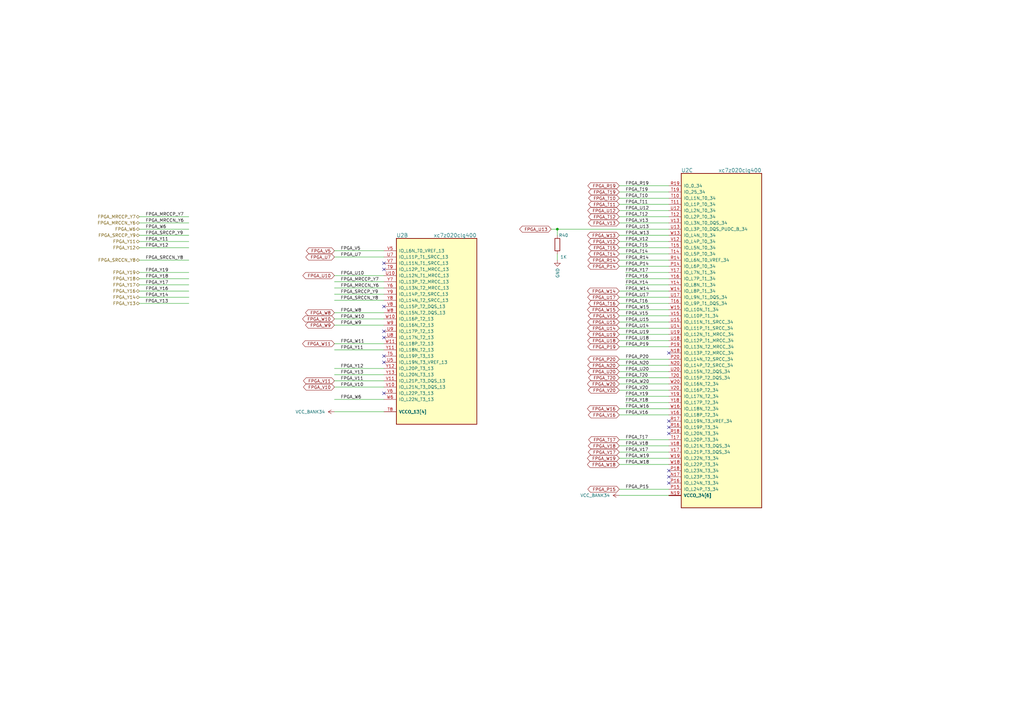
<source format=kicad_sch>
(kicad_sch (version 20231120) (generator "eeschema") (generator_version "8.0")
  (paper "A3")
  (lib_symbols
    (symbol "7z010_ddr:VCC_BANK34" (power) (pin_names (offset 0))
      (property "Value" "VCC_BANK34" (at 3.81 0 90))
      (symbol "VCC_BANK34_0_1"
        (polyline (pts (xy -0.762 1.27) (xy 0 2.54)))
        (polyline (pts (xy 0 0) (xy 0 2.54)))
        (polyline (pts (xy 0 2.54) (xy 0.762 1.27)))
      )
      (symbol "VCC_BANK34_1_1"
        (pin power_in line (at 0 0 90) (length 0) hide (name "VCC_BANK34") (number "1"))
      )
    )
    (symbol "7z010_ddr:xc7z020clg400" (pin_names (offset 1.016))
      (property "Reference" "U" (at 2.54 6.35 0))
      (property "Value" "xc7z020clg400" (at 12.7 6.35 0))
      (symbol "xc7z020clg400_1_1"
        (rectangle (start 5.08 5.08) (end 38.1 -58.42) (stroke (width 0.3048)) (fill (type background)))
        (pin power_in line (at 0 -17.78 0) (length 5.08) (name "RSVDGND") (number "F10"))
        (pin power_in line (at 0 -40.64 0) (length 5.08) (name "VCCBATT_0") (number "F11"))
        (pin output line (at 0 -33.02 0) (length 5.08) (name "TDO_0") (number "F6"))
        (pin input line (at 0 -27.94 0) (length 5.08) (name "TCK_0") (number "F9"))
        (pin input line (at 0 -30.48 0) (length 5.08) (name "TDI_0") (number "G6"))
        (pin power_in line (at 0 -10.16 0) (length 5.08) (name "GNDADC_0") (number "J10"))
        (pin input line (at 0 -35.56 0) (length 5.08) (name "TMS_0") (number "J6"))
        (pin power_in line (at 0 -38.1 0) (length 5.08) (name "VCCADC_0") (number "J9"))
        (pin input line (at 0 -50.8 0) (length 5.08) (name "VREFN_0") (number "K10"))
        (pin power_in line (at 0 -43.18 0) (length 5.08) (name "VCCO_0") (number "K6"))
        (pin input line (at 0 -48.26 0) (length 5.08) (name "VP_0") (number "K9"))
        (pin input line (at 0 -45.72 0) (length 5.08) (name "VN_0") (number "L10"))
        (pin input line (at 0 -15.24 0) (length 5.08) (name "PROGRAM_B_0") (number "L6"))
        (pin input line (at 0 -53.34 0) (length 5.08) (name "VREFP_0") (number "L9"))
        (pin passive line (at 0 -5.08 0) (length 5.08) (name "DXN_0") (number "M10"))
        (pin input line (at 0 0 0) (length 5.08) (name "CFGBVS_0") (number "M6"))
        (pin passive line (at 0 -7.62 0) (length 5.08) (name "DXP_0") (number "M9"))
        (pin power_in line (at 0 -25.4 0) (length 5.08) (name "RSVDVCC3") (number "N6"))
        (pin input line (at 0 -12.7 0) (length 5.08) (name "INIT_B_0") (number "R10"))
        (pin output line (at 0 -2.54 0) (length 5.08) (name "DONE_0") (number "R11"))
        (pin power_in line (at 0 -22.86 0) (length 5.08) (name "RSVDVCC2") (number "R6"))
        (pin power_in line (at 0 -20.32 0) (length 5.08) (name "RSVDVCC1") (number "T6"))
      )
      (symbol "xc7z020clg400_2_1"
        (rectangle (start 5.08 5.08) (end 38.1 -71.12) (stroke (width 0.3048)) (fill (type background)))
        (pin bidirectional line (at 0 -43.18 0) (length 5.08) (name "IO_L19P_T3_13") (number "T5"))
        (pin power_in line (at 0 -66.04 0) (length 5.08) (name "VCCO_13[4]") (number "T8"))
        (pin bidirectional line (at 0 -7.62 0) (length 5.08) (name "IO_L12P_T1_MRCC_13") (number "T9"))
        (pin bidirectional line (at 0 -10.16 0) (length 5.08) (name "IO_L12N_T1_MRCC_13") (number "U10"))
        (pin power_in line (at 0 -66.04 0) (length 5.08) (name "VCCO_13[4]") (number "U11"))
        (pin bidirectional line (at 0 -45.72 0) (length 5.08) (name "IO_L19N_T3_VREF_13") (number "U5"))
        (pin bidirectional line (at 0 -2.54 0) (length 5.08) (name "IO_L11P_T1_SRCC_13") (number "U7"))
        (pin bidirectional line (at 0 -35.56 0) (length 5.08) (name "IO_L17N_T2_13") (number "U8"))
        (pin bidirectional line (at 0 -33.02 0) (length 5.08) (name "IO_L17P_T2_13") (number "U9"))
        (pin bidirectional line (at 0 -55.88 0) (length 5.08) (name "IO_L21N_T3_DQS_13") (number "V10"))
        (pin bidirectional line (at 0 -53.34 0) (length 5.08) (name "IO_L21P_T3_DQS_13") (number "V11"))
        (pin bidirectional line (at 0 0 0) (length 5.08) (name "IO_L6N_T0_VREF_13") (number "V5"))
        (pin bidirectional line (at 0 -58.42 0) (length 5.08) (name "IO_L22P_T3_13") (number "V6"))
        (pin bidirectional line (at 0 -5.08 0) (length 5.08) (name "IO_L11N_T1_SRCC_13") (number "V7"))
        (pin bidirectional line (at 0 -22.86 0) (length 5.08) (name "IO_L15P_T2_DQS_13") (number "V8"))
        (pin bidirectional line (at 0 -27.94 0) (length 5.08) (name "IO_L16P_T2_13") (number "W10"))
        (pin bidirectional line (at 0 -38.1 0) (length 5.08) (name "IO_L18P_T2_13") (number "W11"))
        (pin bidirectional line (at 0 -60.96 0) (length 5.08) (name "IO_L22N_T3_13") (number "W6"))
        (pin power_in line (at 0 -66.04 0) (length 5.08) (name "VCCO_13[4]") (number "W7"))
        (pin bidirectional line (at 0 -25.4 0) (length 5.08) (name "IO_L15N_T2_DQS_13") (number "W8"))
        (pin bidirectional line (at 0 -30.48 0) (length 5.08) (name "IO_L16N_T2_13") (number "W9"))
        (pin power_in line (at 0 -66.04 0) (length 5.08) (name "VCCO_13[4]") (number "Y10"))
        (pin bidirectional line (at 0 -40.64 0) (length 5.08) (name "IO_L18N_T2_13") (number "Y11"))
        (pin bidirectional line (at 0 -48.26 0) (length 5.08) (name "IO_L20P_T3_13") (number "Y12"))
        (pin bidirectional line (at 0 -50.8 0) (length 5.08) (name "IO_L20N_T3_13") (number "Y13"))
        (pin bidirectional line (at 0 -15.24 0) (length 5.08) (name "IO_L13N_T2_MRCC_13") (number "Y6"))
        (pin bidirectional line (at 0 -12.7 0) (length 5.08) (name "IO_L13P_T2_MRCC_13") (number "Y7"))
        (pin bidirectional line (at 0 -20.32 0) (length 5.08) (name "IO_L14N_T2_SRCC_13") (number "Y8"))
        (pin bidirectional line (at 0 -17.78 0) (length 5.08) (name "IO_L14P_T2_SRCC_13") (number "Y9"))
      )
      (symbol "xc7z020clg400_3_1"
        (rectangle (start 5.08 5.08) (end 38.1 -132.08) (stroke (width 0.3048)) (fill (type background)))
        (pin bidirectional line (at 0 -119.38 0) (length 5.08) (name "IO_L23P_T3_34") (number "N17"))
        (pin bidirectional line (at 0 -68.58 0) (length 5.08) (name "IO_L13P_T2_MRCC_34") (number "N18"))
        (pin power_in line (at 0 -127 0) (length 5.08) (name "VCCO_34[6]") (number "N19"))
        (pin bidirectional line (at 0 -73.66 0) (length 5.08) (name "IO_L14P_T2_SRCC_34") (number "N20"))
        (pin bidirectional line (at 0 -33.02 0) (length 5.08) (name "IO_L6P_T0_34") (number "P14"))
        (pin bidirectional line (at 0 -124.46 0) (length 5.08) (name "IO_L24P_T3_34") (number "P15"))
        (pin bidirectional line (at 0 -121.92 0) (length 5.08) (name "IO_L24N_T3_34") (number "P16"))
        (pin bidirectional line (at 0 -116.84 0) (length 5.08) (name "IO_L23N_T3_34") (number "P18"))
        (pin bidirectional line (at 0 -66.04 0) (length 5.08) (name "IO_L13N_T2_MRCC_34") (number "P19"))
        (pin bidirectional line (at 0 -71.12 0) (length 5.08) (name "IO_L14N_T2_SRCC_34") (number "P20"))
        (pin bidirectional line (at 0 -30.48 0) (length 5.08) (name "IO_L6N_T0_VREF_34") (number "R14"))
        (pin power_in line (at 0 -127 0) (length 5.08) (name "VCCO_34[6]") (number "R15"))
        (pin bidirectional line (at 0 -99.06 0) (length 5.08) (name "IO_L19P_T3_34") (number "R16"))
        (pin bidirectional line (at 0 -96.52 0) (length 5.08) (name "IO_L19N_T3_VREF_34") (number "R17"))
        (pin bidirectional line (at 0 -101.6 0) (length 5.08) (name "IO_L20N_T3_34") (number "R18"))
        (pin bidirectional line (at 0 0 0) (length 5.08) (name "IO_0_34") (number "R19"))
        (pin bidirectional line (at 0 -5.08 0) (length 5.08) (name "IO_L1N_T0_34") (number "T10"))
        (pin bidirectional line (at 0 -7.62 0) (length 5.08) (name "IO_L1P_T0_34") (number "T11"))
        (pin bidirectional line (at 0 -12.7 0) (length 5.08) (name "IO_L2P_T0_34") (number "T12"))
        (pin bidirectional line (at 0 -27.94 0) (length 5.08) (name "IO_L5P_T0_34") (number "T14"))
        (pin bidirectional line (at 0 -25.4 0) (length 5.08) (name "IO_L5N_T0_34") (number "T15"))
        (pin bidirectional line (at 0 -48.26 0) (length 5.08) (name "IO_L9P_T1_DQS_34") (number "T16"))
        (pin bidirectional line (at 0 -104.14 0) (length 5.08) (name "IO_L20P_T3_34") (number "T17"))
        (pin power_in line (at 0 -127 0) (length 5.08) (name "VCCO_34[6]") (number "T18"))
        (pin bidirectional line (at 0 -2.54 0) (length 5.08) (name "IO_25_34") (number "T19"))
        (pin bidirectional line (at 0 -78.74 0) (length 5.08) (name "IO_L15P_T2_DQS_34") (number "T20"))
        (pin bidirectional line (at 0 -10.16 0) (length 5.08) (name "IO_L2N_T0_34") (number "U12"))
        (pin bidirectional line (at 0 -17.78 0) (length 5.08) (name "IO_L3P_T0_DQS_PUDC_B_34") (number "U13"))
        (pin bidirectional line (at 0 -58.42 0) (length 5.08) (name "IO_L11P_T1_SRCC_34") (number "U14"))
        (pin bidirectional line (at 0 -55.88 0) (length 5.08) (name "IO_L11N_T1_SRCC_34") (number "U15"))
        (pin bidirectional line (at 0 -45.72 0) (length 5.08) (name "IO_L9N_T1_DQS_34") (number "U17"))
        (pin bidirectional line (at 0 -63.5 0) (length 5.08) (name "IO_L12P_T1_MRCC_34") (number "U18"))
        (pin bidirectional line (at 0 -60.96 0) (length 5.08) (name "IO_L12N_T1_MRCC_34") (number "U19"))
        (pin bidirectional line (at 0 -76.2 0) (length 5.08) (name "IO_L15N_T2_DQS_34") (number "U20"))
        (pin bidirectional line (at 0 -22.86 0) (length 5.08) (name "IO_L4P_T0_34") (number "V12"))
        (pin bidirectional line (at 0 -15.24 0) (length 5.08) (name "IO_L3N_T0_DQS_34") (number "V13"))
        (pin power_in line (at 0 -127 0) (length 5.08) (name "VCCO_34[6]") (number "V14"))
        (pin bidirectional line (at 0 -53.34 0) (length 5.08) (name "IO_L10P_T1_34") (number "V15"))
        (pin bidirectional line (at 0 -93.98 0) (length 5.08) (name "IO_L18P_T2_34") (number "V16"))
        (pin bidirectional line (at 0 -109.22 0) (length 5.08) (name "IO_L21P_T3_DQS_34") (number "V17"))
        (pin bidirectional line (at 0 -106.68 0) (length 5.08) (name "IO_L21N_T3_DQS_34") (number "V18"))
        (pin bidirectional line (at 0 -83.82 0) (length 5.08) (name "IO_L16P_T2_34") (number "V20"))
        (pin bidirectional line (at 0 -20.32 0) (length 5.08) (name "IO_L4N_T0_34") (number "W13"))
        (pin bidirectional line (at 0 -43.18 0) (length 5.08) (name "IO_L8P_T1_34") (number "W14"))
        (pin bidirectional line (at 0 -50.8 0) (length 5.08) (name "IO_L10N_T1_34") (number "W15"))
        (pin bidirectional line (at 0 -91.44 0) (length 5.08) (name "IO_L18N_T2_34") (number "W16"))
        (pin power_in line (at 0 -127 0) (length 5.08) (name "VCCO_34[6]") (number "W17"))
        (pin bidirectional line (at 0 -114.3 0) (length 5.08) (name "IO_L22P_T3_34") (number "W18"))
        (pin bidirectional line (at 0 -111.76 0) (length 5.08) (name "IO_L22N_T3_34") (number "W19"))
        (pin bidirectional line (at 0 -81.28 0) (length 5.08) (name "IO_L16N_T2_34") (number "W20"))
        (pin bidirectional line (at 0 -40.64 0) (length 5.08) (name "IO_L8N_T1_34") (number "Y14"))
        (pin bidirectional line (at 0 -38.1 0) (length 5.08) (name "IO_L7P_T1_34") (number "Y16"))
        (pin bidirectional line (at 0 -35.56 0) (length 5.08) (name "IO_L7N_T1_34") (number "Y17"))
        (pin bidirectional line (at 0 -88.9 0) (length 5.08) (name "IO_L17P_T2_34") (number "Y18"))
        (pin bidirectional line (at 0 -86.36 0) (length 5.08) (name "IO_L17N_T2_34") (number "Y19"))
        (pin power_in line (at 0 -127 0) (length 5.08) (name "VCCO_34[6]") (number "Y20"))
      )
      (symbol "xc7z020clg400_4_1"
        (rectangle (start 5.08 5.08) (end 38.1 -132.08) (stroke (width 0.3048)) (fill (type background)))
        (pin bidirectional line (at 0 -10.16 0) (length 5.08) (name "IO_L2N_T0_AD8N_35") (number "A20"))
        (pin bidirectional line (at 0 -12.7 0) (length 5.08) (name "IO_L2P_T0_AD8P_35") (number "B19"))
        (pin bidirectional line (at 0 -5.08 0) (length 5.08) (name "IO_L1N_T0_AD0N_35") (number "B20"))
        (pin power_in line (at 0 -127 0) (length 5.08) (name "VCCO_35[6]") (number "C19"))
        (pin bidirectional line (at 0 -7.62 0) (length 5.08) (name "IO_L1P_T0_AD0P_35") (number "C20"))
        (pin bidirectional line (at 0 -15.24 0) (length 5.08) (name "IO_L3N_T0_DQS_AD1N_35") (number "D18"))
        (pin bidirectional line (at 0 -22.86 0) (length 5.08) (name "IO_L4P_T0_35") (number "D19"))
        (pin bidirectional line (at 0 -20.32 0) (length 5.08) (name "IO_L4N_T0_35") (number "D20"))
        (pin bidirectional line (at 0 -17.78 0) (length 5.08) (name "IO_L3P_T0_DQS_AD1P_35") (number "E17"))
        (pin bidirectional line (at 0 -27.94 0) (length 5.08) (name "IO_L5P_T0_AD9P_35") (number "E18"))
        (pin bidirectional line (at 0 -25.4 0) (length 5.08) (name "IO_L5N_T0_AD9N_35") (number "E19"))
        (pin bidirectional line (at 0 -33.02 0) (length 5.08) (name "IO_L6P_T0_35") (number "F16"))
        (pin bidirectional line (at 0 -30.48 0) (length 5.08) (name "IO_L6N_T0_VREF_35") (number "F17"))
        (pin power_in line (at 0 -127 0) (length 5.08) (name "VCCO_35[6]") (number "F18"))
        (pin bidirectional line (at 0 -78.74 0) (length 5.08) (name "IO_L15P_T2_DQS_AD12P_35") (number "F19"))
        (pin bidirectional line (at 0 -76.2 0) (length 5.08) (name "IO_L15N_T2_DQS_AD12N_35") (number "F20"))
        (pin bidirectional line (at 0 0 0) (length 5.08) (name "IO_0_35") (number "G14"))
        (pin bidirectional line (at 0 -96.52 0) (length 5.08) (name "IO_L19N_T3_VREF_35") (number "G15"))
        (pin bidirectional line (at 0 -83.82 0) (length 5.08) (name "IO_L16P_T2_35") (number "G17"))
        (pin bidirectional line (at 0 -81.28 0) (length 5.08) (name "IO_L16N_T2_35") (number "G18"))
        (pin bidirectional line (at 0 -93.98 0) (length 5.08) (name "IO_L18P_T2_AD13P_35") (number "G19"))
        (pin bidirectional line (at 0 -91.44 0) (length 5.08) (name "IO_L18N_T2_AD13N_35") (number "G20"))
        (pin power_in line (at 0 -127 0) (length 5.08) (name "VCCO_35[6]") (number "H14"))
        (pin bidirectional line (at 0 -99.06 0) (length 5.08) (name "IO_L19P_T3_35") (number "H15"))
        (pin bidirectional line (at 0 -68.58 0) (length 5.08) (name "IO_L13P_T2_MRCC_35") (number "H16"))
        (pin bidirectional line (at 0 -66.04 0) (length 5.08) (name "IO_L13N_T2_MRCC_35") (number "H17"))
        (pin bidirectional line (at 0 -71.12 0) (length 5.08) (name "IO_L14N_T2_AD4N_SRCC_35") (number "H18"))
        (pin bidirectional line (at 0 -86.36 0) (length 5.08) (name "IO_L17N_T2_AD5N_35") (number "H20"))
        (pin bidirectional line (at 0 -101.6 0) (length 5.08) (name "IO_L20N_T3_AD6N_35") (number "J14"))
        (pin bidirectional line (at 0 -2.54 0) (length 5.08) (name "IO_25_35") (number "J15"))
        (pin bidirectional line (at 0 -121.92 0) (length 5.08) (name "IO_L24N_T3_AD15N_35") (number "J16"))
        (pin power_in line (at 0 -127 0) (length 5.08) (name "VCCO_35[6]") (number "J17"))
        (pin bidirectional line (at 0 -73.66 0) (length 5.08) (name "IO_L14P_T2_AD4P_SRCC_35") (number "J18"))
        (pin bidirectional line (at 0 -50.8 0) (length 5.08) (name "IO_L10N_T1_AD11N_35") (number "J19"))
        (pin bidirectional line (at 0 -88.9 0) (length 5.08) (name "IO_L17P_T2_AD5P_35") (number "J20"))
        (pin bidirectional line (at 0 -104.14 0) (length 5.08) (name "IO_L20P_T3_AD6P_35") (number "K14"))
        (pin bidirectional line (at 0 -124.46 0) (length 5.08) (name "IO_L24P_T3_AD15P_35") (number "K16"))
        (pin bidirectional line (at 0 -63.5 0) (length 5.08) (name "IO_L12P_T1_MRCC_35") (number "K17"))
        (pin bidirectional line (at 0 -60.96 0) (length 5.08) (name "IO_L12N_T1_MRCC_35") (number "K18"))
        (pin bidirectional line (at 0 -53.34 0) (length 5.08) (name "IO_L10P_T1_AD11P_35") (number "K19"))
        (pin power_in line (at 0 -127 0) (length 5.08) (name "VCCO_35[6]") (number "K20"))
        (pin bidirectional line (at 0 -114.3 0) (length 5.08) (name "IO_L22P_T3_AD7P_35") (number "L14"))
        (pin bidirectional line (at 0 -111.76 0) (length 5.08) (name "IO_L22N_T3_AD7N_35") (number "L15"))
        (pin bidirectional line (at 0 -58.42 0) (length 5.08) (name "IO_L11P_T1_SRCC_35") (number "L16"))
        (pin bidirectional line (at 0 -55.88 0) (length 5.08) (name "IO_L11N_T1_SRCC_35") (number "L17"))
        (pin bidirectional line (at 0 -48.26 0) (length 5.08) (name "IO_L9P_T1_DQS_AD3P_35") (number "L19"))
        (pin bidirectional line (at 0 -45.72 0) (length 5.08) (name "IO_L9N_T1_DQS_AD3N_35") (number "L20"))
        (pin bidirectional line (at 0 -119.38 0) (length 5.08) (name "IO_L23P_T3_35") (number "M14"))
        (pin bidirectional line (at 0 -116.84 0) (length 5.08) (name "IO_L23N_T3_35") (number "M15"))
        (pin power_in line (at 0 -127 0) (length 5.08) (name "VCCO_35[6]") (number "M16"))
        (pin bidirectional line (at 0 -43.18 0) (length 5.08) (name "IO_L8P_T1_AD10P_35") (number "M17"))
        (pin bidirectional line (at 0 -40.64 0) (length 5.08) (name "IO_L8N_T1_AD10N_35") (number "M18"))
        (pin bidirectional line (at 0 -38.1 0) (length 5.08) (name "IO_L7P_T1_AD2P_35") (number "M19"))
        (pin bidirectional line (at 0 -35.56 0) (length 5.08) (name "IO_L7N_T1_AD2N_35") (number "M20"))
        (pin bidirectional line (at 0 -109.22 0) (length 5.08) (name "IO_L21P_T3_DQS_AD14P_35") (number "N15"))
        (pin bidirectional line (at 0 -106.68 0) (length 5.08) (name "IO_L21N_T3_DQS_AD14N_35") (number "N16"))
      )
      (symbol "xc7z020clg400_5_1"
        (rectangle (start 5.08 5.08) (end 38.1 -50.8) (stroke (width 0.3048)) (fill (type background)))
        (pin bidirectional line (at 0 -17.78 0) (length 5.08) (name "PS_MIO6_500") (number "A5"))
        (pin bidirectional line (at 0 -15.24 0) (length 5.08) (name "PS_MIO5_500") (number "A6"))
        (pin bidirectional line (at 0 -5.08 0) (length 5.08) (name "PS_MIO1_500") (number "A7"))
        (pin bidirectional line (at 0 -25.4 0) (length 5.08) (name "PS_MIO9_500") (number "B5"))
        (pin power_in line (at 0 -45.72 0) (length 5.08) (name "VCCO_MIO0_500[2]") (number "B6"))
        (pin bidirectional line (at 0 -12.7 0) (length 5.08) (name "PS_MIO4_500") (number "B7"))
        (pin bidirectional line (at 0 -7.62 0) (length 5.08) (name "PS_MIO2_500") (number "B8"))
        (pin bidirectional line (at 0 -38.1 0) (length 5.08) (name "PS_MIO14_500") (number "C5"))
        (pin bidirectional line (at 0 -30.48 0) (length 5.08) (name "PS_MIO11_500") (number "C6"))
        (pin input line (at 0 -43.18 0) (length 5.08) (name "PS_POR_B_500") (number "C7"))
        (pin bidirectional line (at 0 -40.64 0) (length 5.08) (name "PS_MIO15_500") (number "C8"))
        (pin bidirectional line (at 0 -22.86 0) (length 5.08) (name "PS_MIO8_500") (number "D5"))
        (pin bidirectional line (at 0 -10.16 0) (length 5.08) (name "PS_MIO3_500") (number "D6"))
        (pin power_in line (at 0 -45.72 0) (length 5.08) (name "VCCO_MIO0_500[2]") (number "D7"))
        (pin bidirectional line (at 0 -20.32 0) (length 5.08) (name "PS_MIO7_500") (number "D8"))
        (pin bidirectional line (at 0 -33.02 0) (length 5.08) (name "PS_MIO12_500") (number "D9"))
        (pin bidirectional line (at 0 -2.54 0) (length 5.08) (name "PS_MIO0_500") (number "E6"))
        (pin input line (at 0 0 0) (length 5.08) (name "PS_CLK_500") (number "E7"))
        (pin bidirectional line (at 0 -35.56 0) (length 5.08) (name "PS_MIO13_500") (number "E8"))
        (pin bidirectional line (at 0 -27.94 0) (length 5.08) (name "PS_MIO10_500") (number "E9"))
      )
      (symbol "xc7z020clg400_6_1"
        (rectangle (start 5.08 5.08) (end 38.1 -106.68) (stroke (width 0.3048)) (fill (type background)))
        (pin bidirectional line (at 0 -53.34 0) (length 5.08) (name "PS_MIO37_501") (number "A10"))
        (pin bidirectional line (at 0 -50.8 0) (length 5.08) (name "PS_MIO36_501") (number "A11"))
        (pin bidirectional line (at 0 -45.72 0) (length 5.08) (name "PS_MIO34_501") (number "A12"))
        (pin power_in line (at 0 -101.6 0) (length 5.08) (name "VCCO_MIO1_501[4]") (number "A13"))
        (pin bidirectional line (at 0 -40.64 0) (length 5.08) (name "PS_MIO32_501") (number "A14"))
        (pin bidirectional line (at 0 -25.4 0) (length 5.08) (name "PS_MIO26_501") (number "A15"))
        (pin bidirectional line (at 0 -20.32 0) (length 5.08) (name "PS_MIO24_501") (number "A16"))
        (pin bidirectional line (at 0 -10.16 0) (length 5.08) (name "PS_MIO20_501") (number "A17"))
        (pin bidirectional line (at 0 0 0) (length 5.08) (name "PS_MIO16_501") (number "A19"))
        (pin bidirectional line (at 0 -68.58 0) (length 5.08) (name "PS_MIO43_501") (number "A9"))
        (pin input line (at 0 -99.06 0) (length 5.08) (name "PS_SRST_B_501") (number "B10"))
        (pin bidirectional line (at 0 -81.28 0) (length 5.08) (name "PS_MIO48_501") (number "B12"))
        (pin bidirectional line (at 0 -86.36 0) (length 5.08) (name "PS_MIO50_501") (number "B13"))
        (pin bidirectional line (at 0 -78.74 0) (length 5.08) (name "PS_MIO47_501") (number "B14"))
        (pin bidirectional line (at 0 -73.66 0) (length 5.08) (name "PS_MIO45_501") (number "B15"))
        (pin power_in line (at 0 -101.6 0) (length 5.08) (name "VCCO_MIO1_501[4]") (number "B16"))
        (pin bidirectional line (at 0 -15.24 0) (length 5.08) (name "PS_MIO22_501") (number "B17"))
        (pin bidirectional line (at 0 -5.08 0) (length 5.08) (name "PS_MIO18_501") (number "B18"))
        (pin bidirectional line (at 0 -88.9 0) (length 5.08) (name "PS_MIO51_501") (number "B9"))
        (pin bidirectional line (at 0 -91.44 0) (length 5.08) (name "PS_MIO52_501") (number "C10"))
        (pin bidirectional line (at 0 -93.98 0) (length 5.08) (name "PS_MIO53_501") (number "C11"))
        (pin bidirectional line (at 0 -83.82 0) (length 5.08) (name "PS_MIO49_501") (number "C12"))
        (pin bidirectional line (at 0 -33.02 0) (length 5.08) (name "PS_MIO29_501") (number "C13"))
        (pin bidirectional line (at 0 -35.56 0) (length 5.08) (name "PS_MIO30_501") (number "C15"))
        (pin bidirectional line (at 0 -30.48 0) (length 5.08) (name "PS_MIO28_501") (number "C16"))
        (pin bidirectional line (at 0 -63.5 0) (length 5.08) (name "PS_MIO41_501") (number "C17"))
        (pin bidirectional line (at 0 -58.42 0) (length 5.08) (name "PS_MIO39_501") (number "C18"))
        (pin bidirectional line (at 0 -7.62 0) (length 5.08) (name "PS_MIO19_501") (number "D10"))
        (pin bidirectional line (at 0 -17.78 0) (length 5.08) (name "PS_MIO23_501") (number "D11"))
        (pin power_in line (at 0 -101.6 0) (length 5.08) (name "VCCO_MIO1_501[4]") (number "D12"))
        (pin bidirectional line (at 0 -27.94 0) (length 5.08) (name "PS_MIO27_501") (number "D13"))
        (pin bidirectional line (at 0 -60.96 0) (length 5.08) (name "PS_MIO40_501") (number "D14"))
        (pin bidirectional line (at 0 -43.18 0) (length 5.08) (name "PS_MIO33_501") (number "D15"))
        (pin bidirectional line (at 0 -76.2 0) (length 5.08) (name "PS_MIO46_501") (number "D16"))
        (pin power_in line (at 0 -96.52 0) (length 5.08) (name "PS_MIO_VREF_501") (number "E11"))
        (pin bidirectional line (at 0 -66.04 0) (length 5.08) (name "PS_MIO42_501") (number "E12"))
        (pin bidirectional line (at 0 -55.88 0) (length 5.08) (name "PS_MIO38_501") (number "E13"))
        (pin bidirectional line (at 0 -2.54 0) (length 5.08) (name "PS_MIO17_501") (number "E14"))
        (pin power_in line (at 0 -101.6 0) (length 5.08) (name "VCCO_MIO1_501[4]") (number "E15"))
        (pin bidirectional line (at 0 -38.1 0) (length 5.08) (name "PS_MIO31_501") (number "E16"))
        (pin bidirectional line (at 0 -48.26 0) (length 5.08) (name "PS_MIO35_501") (number "F12"))
        (pin bidirectional line (at 0 -71.12 0) (length 5.08) (name "PS_MIO44_501") (number "F13"))
        (pin bidirectional line (at 0 -12.7 0) (length 5.08) (name "PS_MIO21_501") (number "F14"))
        (pin bidirectional line (at 0 -22.86 0) (length 5.08) (name "PS_MIO25_501") (number "F15"))
      )
      (symbol "xc7z020clg400_7_1"
        (rectangle (start 5.08 5.08) (end 38.1 -195.58) (stroke (width 0.3048)) (fill (type background)))
        (pin output line (at 0 -58.42 0) (length 5.08) (name "PS_DDR_DM0_502") (number "A1"))
        (pin bidirectional line (at 0 -73.66 0) (length 5.08) (name "PS_DDR_DQ2_502") (number "A2"))
        (pin power_in line (at 0 -190.5 0) (length 5.08) (name "VCCO_DDR_502[10]") (number "A3"))
        (pin bidirectional line (at 0 -76.2 0) (length 5.08) (name "PS_DDR_DQ3_502") (number "A4"))
        (pin bidirectional line (at 0 -149.86 0) (length 5.08) (name "PS_DDR_DQS_N0_502") (number "B2"))
        (pin bidirectional line (at 0 -71.12 0) (length 5.08) (name "PS_DDR_DQ1_502") (number "B3"))
        (pin output line (at 0 -170.18 0) (length 5.08) (name "PS_DDR_DRST_B_502") (number "B4"))
        (pin bidirectional line (at 0 -83.82 0) (length 5.08) (name "PS_DDR_DQ6_502") (number "C1"))
        (pin bidirectional line (at 0 -160.02 0) (length 5.08) (name "PS_DDR_DQS_P0_502") (number "C2"))
        (pin bidirectional line (at 0 -68.58 0) (length 5.08) (name "PS_DDR_DQ0_502") (number "C3"))
        (pin bidirectional line (at 0 -81.28 0) (length 5.08) (name "PS_DDR_DQ5_502") (number "D1"))
        (pin power_in line (at 0 -190.5 0) (length 5.08) (name "VCCO_DDR_502[10]") (number "D2"))
        (pin bidirectional line (at 0 -78.74 0) (length 5.08) (name "PS_DDR_DQ4_502") (number "D3"))
        (pin output line (at 0 -33.02 0) (length 5.08) (name "PS_DDR_A13_502") (number "D4"))
        (pin bidirectional line (at 0 -86.36 0) (length 5.08) (name "PS_DDR_DQ7_502") (number "E1"))
        (pin bidirectional line (at 0 -88.9 0) (length 5.08) (name "PS_DDR_DQ8_502") (number "E2"))
        (pin bidirectional line (at 0 -91.44 0) (length 5.08) (name "PS_DDR_DQ9_502") (number "E3"))
        (pin output line (at 0 -30.48 0) (length 5.08) (name "PS_DDR_A12_502") (number "E4"))
        (pin power_in line (at 0 -190.5 0) (length 5.08) (name "VCCO_DDR_502[10]") (number "E5"))
        (pin output line (at 0 -60.96 0) (length 5.08) (name "PS_DDR_DM1_502") (number "F1"))
        (pin bidirectional line (at 0 -152.4 0) (length 5.08) (name "PS_DDR_DQS_N1_502") (number "F2"))
        (pin output line (at 0 -35.56 0) (length 5.08) (name "PS_DDR_A14_502") (number "F4"))
        (pin output line (at 0 -25.4 0) (length 5.08) (name "PS_DDR_A10_502") (number "F5"))
        (pin power_in line (at 0 -190.5 0) (length 5.08) (name "VCCO_DDR_502[10]") (number "G1"))
        (pin bidirectional line (at 0 -162.56 0) (length 5.08) (name "PS_DDR_DQS_P1_502") (number "G2"))
        (pin bidirectional line (at 0 -93.98 0) (length 5.08) (name "PS_DDR_DQ10_502") (number "G3"))
        (pin output line (at 0 -27.94 0) (length 5.08) (name "PS_DDR_A11_502") (number "G4"))
        (pin power_out line (at 0 -182.88 0) (length 5.08) (name "PS_DDR_VRN_502") (number "G5"))
        (pin bidirectional line (at 0 -104.14 0) (length 5.08) (name "PS_DDR_DQ14_502") (number "H1"))
        (pin bidirectional line (at 0 -101.6 0) (length 5.08) (name "PS_DDR_DQ13_502") (number "H2"))
        (pin bidirectional line (at 0 -96.52 0) (length 5.08) (name "PS_DDR_DQ11_502") (number "H3"))
        (pin power_in line (at 0 -190.5 0) (length 5.08) (name "VCCO_DDR_502[10]") (number "H4"))
        (pin power_out line (at 0 -185.42 0) (length 5.08) (name "PS_DDR_VRP_502") (number "H5"))
        (pin power_in line (at 0 -177.8 0) (length 5.08) (name "PS_DDR_VREF0_502") (number "H6"))
        (pin bidirectional line (at 0 -106.68 0) (length 5.08) (name "PS_DDR_DQ15_502") (number "J1"))
        (pin bidirectional line (at 0 -99.06 0) (length 5.08) (name "PS_DDR_DQ12_502") (number "J3"))
        (pin output line (at 0 -22.86 0) (length 5.08) (name "PS_DDR_A9_502") (number "J4"))
        (pin output line (at 0 -43.18 0) (length 5.08) (name "PS_DDR_BA2_502") (number "J5"))
        (pin output line (at 0 -20.32 0) (length 5.08) (name "PS_DDR_A8_502") (number "K1"))
        (pin output line (at 0 -2.54 0) (length 5.08) (name "PS_DDR_A1_502") (number "K2"))
        (pin output line (at 0 -7.62 0) (length 5.08) (name "PS_DDR_A3_502") (number "K3"))
        (pin output line (at 0 -17.78 0) (length 5.08) (name "PS_DDR_A7_502") (number "K4"))
        (pin output line (at 0 -12.7 0) (length 5.08) (name "PS_DDR_A5_502") (number "L1"))
        (pin output line (at 0 -53.34 0) (length 5.08) (name "PS_DDR_CKP_502") (number "L2"))
        (pin power_in line (at 0 -190.5 0) (length 5.08) (name "VCCO_DDR_502[10]") (number "L3"))
        (pin output line (at 0 -15.24 0) (length 5.08) (name "PS_DDR_A6_502") (number "L4"))
        (pin output line (at 0 -38.1 0) (length 5.08) (name "PS_DDR_BA0_502") (number "L5"))
        (pin output line (at 0 -50.8 0) (length 5.08) (name "PS_DDR_CKN_502") (number "M2"))
        (pin output line (at 0 -5.08 0) (length 5.08) (name "PS_DDR_A2_502") (number "M3"))
        (pin output line (at 0 -10.16 0) (length 5.08) (name "PS_DDR_A4_502") (number "M4"))
        (pin output line (at 0 -187.96 0) (length 5.08) (name "PS_DDR_WE_B_502") (number "M5"))
        (pin output line (at 0 -55.88 0) (length 5.08) (name "PS_DDR_CS_B_502") (number "N1"))
        (pin output line (at 0 0 0) (length 5.08) (name "PS_DDR_A0_502") (number "N2"))
        (pin output line (at 0 -48.26 0) (length 5.08) (name "PS_DDR_CKE_502") (number "N3"))
        (pin output line (at 0 -172.72 0) (length 5.08) (name "PS_DDR_ODT_502") (number "N5"))
        (pin bidirectional line (at 0 -109.22 0) (length 5.08) (name "PS_DDR_DQ16_502") (number "P1"))
        (pin power_in line (at 0 -190.5 0) (length 5.08) (name "VCCO_DDR_502[10]") (number "P2"))
        (pin bidirectional line (at 0 -111.76 0) (length 5.08) (name "PS_DDR_DQ17_502") (number "P3"))
        (pin output line (at 0 -175.26 0) (length 5.08) (name "PS_DDR_RAS_B_502") (number "P4"))
        (pin output line (at 0 -45.72 0) (length 5.08) (name "PS_DDR_CAS_B_502") (number "P5"))
        (pin power_in line (at 0 -180.34 0) (length 5.08) (name "PS_DDR_VREF1_502") (number "P6"))
        (pin bidirectional line (at 0 -116.84 0) (length 5.08) (name "PS_DDR_DQ19_502") (number "R1"))
        (pin bidirectional line (at 0 -165.1 0) (length 5.08) (name "PS_DDR_DQS_P2_502") (number "R2"))
        (pin bidirectional line (at 0 -114.3 0) (length 5.08) (name "PS_DDR_DQ18_502") (number "R3"))
        (pin output line (at 0 -40.64 0) (length 5.08) (name "PS_DDR_BA1_502") (number "R4"))
        (pin power_in line (at 0 -190.5 0) (length 5.08) (name "VCCO_DDR_502[10]") (number "R5"))
        (pin output line (at 0 -63.5 0) (length 5.08) (name "PS_DDR_DM2_502") (number "T1"))
        (pin bidirectional line (at 0 -154.94 0) (length 5.08) (name "PS_DDR_DQS_N2_502") (number "T2"))
        (pin bidirectional line (at 0 -119.38 0) (length 5.08) (name "PS_DDR_DQ20_502") (number "T4"))
        (pin power_in line (at 0 -190.5 0) (length 5.08) (name "VCCO_DDR_502[10]") (number "U1"))
        (pin bidirectional line (at 0 -124.46 0) (length 5.08) (name "PS_DDR_DQ22_502") (number "U2"))
        (pin bidirectional line (at 0 -127 0) (length 5.08) (name "PS_DDR_DQ23_502") (number "U3"))
        (pin bidirectional line (at 0 -121.92 0) (length 5.08) (name "PS_DDR_DQ21_502") (number "U4"))
        (pin bidirectional line (at 0 -129.54 0) (length 5.08) (name "PS_DDR_DQ24_502") (number "V1"))
        (pin bidirectional line (at 0 -144.78 0) (length 5.08) (name "PS_DDR_DQ30_502") (number "V2"))
        (pin bidirectional line (at 0 -147.32 0) (length 5.08) (name "PS_DDR_DQ31_502") (number "V3"))
        (pin power_in line (at 0 -190.5 0) (length 5.08) (name "VCCO_DDR_502[10]") (number "V4"))
        (pin bidirectional line (at 0 -134.62 0) (length 5.08) (name "PS_DDR_DQ26_502") (number "W1"))
        (pin bidirectional line (at 0 -142.24 0) (length 5.08) (name "PS_DDR_DQ29_502") (number "W3"))
        (pin bidirectional line (at 0 -157.48 0) (length 5.08) (name "PS_DDR_DQS_N3_502") (number "W4"))
        (pin bidirectional line (at 0 -167.64 0) (length 5.08) (name "PS_DDR_DQS_P3_502") (number "W5"))
        (pin output line (at 0 -66.04 0) (length 5.08) (name "PS_DDR_DM3_502") (number "Y1"))
        (pin bidirectional line (at 0 -139.7 0) (length 5.08) (name "PS_DDR_DQ28_502") (number "Y2"))
        (pin bidirectional line (at 0 -132.08 0) (length 5.08) (name "PS_DDR_DQ25_502") (number "Y3"))
        (pin bidirectional line (at 0 -137.16 0) (length 5.08) (name "PS_DDR_DQ27_502") (number "Y4"))
      )
      (symbol "xc7z020clg400_8_1"
        (rectangle (start 5.08 5.08) (end 38.1 -20.32) (stroke (width 0.3048)) (fill (type background)))
        (pin power_in line (at 0 0 0) (length 5.08) (name "GND[59]") (number "A18"))
        (pin power_in line (at 0 0 0) (length 5.08) (name "GND[59]") (number "A8"))
        (pin power_in line (at 0 0 0) (length 5.08) (name "GND[59]") (number "B1"))
        (pin power_in line (at 0 0 0) (length 5.08) (name "GND[59]") (number "B11"))
        (pin power_in line (at 0 0 0) (length 5.08) (name "GND[59]") (number "C14"))
        (pin power_in line (at 0 0 0) (length 5.08) (name "GND[59]") (number "C4"))
        (pin power_in line (at 0 0 0) (length 5.08) (name "GND[59]") (number "C9"))
        (pin power_in line (at 0 0 0) (length 5.08) (name "GND[59]") (number "D17"))
        (pin power_in line (at 0 0 0) (length 5.08) (name "GND[59]") (number "E10"))
        (pin power_in line (at 0 0 0) (length 5.08) (name "GND[59]") (number "E20"))
        (pin power_in line (at 0 0 0) (length 5.08) (name "GND[59]") (number "F3"))
        (pin power_in line (at 0 0 0) (length 5.08) (name "GND[59]") (number "F7"))
        (pin power_in line (at 0 -10.16 0) (length 5.08) (name "VCCPAUX[5]") (number "F8"))
        (pin power_in line (at 0 0 0) (length 5.08) (name "GND[59]") (number "G10"))
        (pin power_in line (at 0 -5.08 0) (length 5.08) (name "VCCBRAM[2]") (number "G11"))
        (pin power_in line (at 0 0 0) (length 5.08) (name "GND[59]") (number "G12"))
        (pin power_in line (at 0 -7.62 0) (length 5.08) (name "VCCINT[9]") (number "G13"))
        (pin power_in line (at 0 0 0) (length 5.08) (name "GND[59]") (number "G16"))
        (pin power_in line (at 0 -12.7 0) (length 5.08) (name "VCCPINT[6]") (number "G7"))
        (pin power_in line (at 0 -15.24 0) (length 5.08) (name "VCCPLL") (number "G8"))
        (pin power_in line (at 0 -10.16 0) (length 5.08) (name "VCCPAUX[5]") (number "G9"))
        (pin power_in line (at 0 -5.08 0) (length 5.08) (name "VCCBRAM[2]") (number "H10"))
        (pin power_in line (at 0 0 0) (length 5.08) (name "GND[59]") (number "H11"))
        (pin power_in line (at 0 -7.62 0) (length 5.08) (name "VCCINT[9]") (number "H12"))
        (pin power_in line (at 0 0 0) (length 5.08) (name "GND[59]") (number "H13"))
        (pin power_in line (at 0 0 0) (length 5.08) (name "GND[59]") (number "H19"))
        (pin power_in line (at 0 0 0) (length 5.08) (name "GND[59]") (number "H7"))
        (pin power_in line (at 0 -10.16 0) (length 5.08) (name "VCCPAUX[5]") (number "H8"))
        (pin power_in line (at 0 0 0) (length 5.08) (name "GND[59]") (number "H9"))
        (pin power_in line (at 0 -2.54 0) (length 5.08) (name "VCCAUX[6]") (number "J11"))
        (pin power_in line (at 0 0 0) (length 5.08) (name "GND[59]") (number "J12"))
        (pin power_in line (at 0 -7.62 0) (length 5.08) (name "VCCINT[9]") (number "J13"))
        (pin power_in line (at 0 0 0) (length 5.08) (name "GND[59]") (number "J2"))
        (pin power_in line (at 0 -12.7 0) (length 5.08) (name "VCCPINT[6]") (number "J7"))
        (pin power_in line (at 0 0 0) (length 5.08) (name "GND[59]") (number "J8"))
        (pin power_in line (at 0 0 0) (length 5.08) (name "GND[59]") (number "K11"))
        (pin power_in line (at 0 -7.62 0) (length 5.08) (name "VCCINT[9]") (number "K12"))
        (pin power_in line (at 0 0 0) (length 5.08) (name "GND[59]") (number "K13"))
        (pin power_in line (at 0 0 0) (length 5.08) (name "GND[59]") (number "K15"))
        (pin power_in line (at 0 0 0) (length 5.08) (name "GND[59]") (number "K5"))
        (pin power_in line (at 0 0 0) (length 5.08) (name "GND[59]") (number "K7"))
        (pin power_in line (at 0 -10.16 0) (length 5.08) (name "VCCPAUX[5]") (number "K8"))
        (pin power_in line (at 0 -2.54 0) (length 5.08) (name "VCCAUX[6]") (number "L11"))
        (pin power_in line (at 0 0 0) (length 5.08) (name "GND[59]") (number "L12"))
        (pin power_in line (at 0 -7.62 0) (length 5.08) (name "VCCINT[9]") (number "L13"))
        (pin power_in line (at 0 0 0) (length 5.08) (name "GND[59]") (number "L18"))
        (pin power_in line (at 0 -12.7 0) (length 5.08) (name "VCCPINT[6]") (number "L7"))
        (pin power_in line (at 0 0 0) (length 5.08) (name "GND[59]") (number "L8"))
        (pin power_in line (at 0 0 0) (length 5.08) (name "GND[59]") (number "M1"))
        (pin power_in line (at 0 0 0) (length 5.08) (name "GND[59]") (number "M11"))
        (pin power_in line (at 0 -7.62 0) (length 5.08) (name "VCCINT[9]") (number "M12"))
        (pin power_in line (at 0 0 0) (length 5.08) (name "GND[59]") (number "M13"))
        (pin power_in line (at 0 0 0) (length 5.08) (name "GND[59]") (number "M7"))
        (pin power_in line (at 0 -10.16 0) (length 5.08) (name "VCCPAUX[5]") (number "M8"))
        (pin power_in line (at 0 0 0) (length 5.08) (name "GND[59]") (number "N10"))
        (pin power_in line (at 0 -2.54 0) (length 5.08) (name "VCCAUX[6]") (number "N11"))
        (pin power_in line (at 0 0 0) (length 5.08) (name "GND[59]") (number "N12"))
        (pin power_in line (at 0 -7.62 0) (length 5.08) (name "VCCINT[9]") (number "N13"))
        (pin power_in line (at 0 0 0) (length 5.08) (name "GND[59]") (number "N14"))
        (pin power_in line (at 0 0 0) (length 5.08) (name "GND[59]") (number "N4"))
        (pin power_in line (at 0 -12.7 0) (length 5.08) (name "VCCPINT[6]") (number "N7"))
        (pin power_in line (at 0 0 0) (length 5.08) (name "GND[59]") (number "N8"))
        (pin power_in line (at 0 -2.54 0) (length 5.08) (name "VCCAUX[6]") (number "N9"))
        (pin power_in line (at 0 -2.54 0) (length 5.08) (name "VCCAUX[6]") (number "P10"))
        (pin power_in line (at 0 0 0) (length 5.08) (name "GND[59]") (number "P11"))
        (pin power_in line (at 0 -7.62 0) (length 5.08) (name "VCCINT[9]") (number "P12"))
        (pin power_in line (at 0 0 0) (length 5.08) (name "GND[59]") (number "P13"))
        (pin power_in line (at 0 0 0) (length 5.08) (name "GND[59]") (number "P17"))
        (pin power_in line (at 0 0 0) (length 5.08) (name "GND[59]") (number "P7"))
        (pin power_in line (at 0 -12.7 0) (length 5.08) (name "VCCPINT[6]") (number "P8"))
        (pin power_in line (at 0 0 0) (length 5.08) (name "GND[59]") (number "P9"))
        (pin power_in line (at 0 0 0) (length 5.08) (name "GND[59]") (number "R12"))
        (pin power_in line (at 0 -7.62 0) (length 5.08) (name "VCCINT[9]") (number "R13"))
        (pin power_in line (at 0 0 0) (length 5.08) (name "GND[59]") (number "R20"))
        (pin power_in line (at 0 -12.7 0) (length 5.08) (name "VCCPINT[6]") (number "R7"))
        (pin power_in line (at 0 0 0) (length 5.08) (name "GND[59]") (number "R8"))
        (pin power_in line (at 0 -2.54 0) (length 5.08) (name "VCCAUX[6]") (number "R9"))
        (pin power_in line (at 0 0 0) (length 5.08) (name "GND[59]") (number "T13"))
        (pin power_in line (at 0 0 0) (length 5.08) (name "GND[59]") (number "T3"))
        (pin power_in line (at 0 0 0) (length 5.08) (name "GND[59]") (number "T7"))
        (pin power_in line (at 0 0 0) (length 5.08) (name "GND[59]") (number "U16"))
        (pin power_in line (at 0 0 0) (length 5.08) (name "GND[59]") (number "U6"))
        (pin power_in line (at 0 0 0) (length 5.08) (name "GND[59]") (number "V19"))
        (pin power_in line (at 0 0 0) (length 5.08) (name "GND[59]") (number "V9"))
        (pin power_in line (at 0 0 0) (length 5.08) (name "GND[59]") (number "W12"))
        (pin power_in line (at 0 0 0) (length 5.08) (name "GND[59]") (number "W2"))
        (pin power_in line (at 0 0 0) (length 5.08) (name "GND[59]") (number "Y15"))
        (pin power_in line (at 0 0 0) (length 5.08) (name "GND[59]") (number "Y5"))
      )
    )
    (symbol "Device:R" (pin_numbers hide) (pin_names (offset 0))
      (property "Reference" "R" (at 2.032 0 90))
      (property "Value" "R" (at 0 0 90))
      (symbol "R_0_1"
        (rectangle (start -1.016 -2.54) (end 1.016 2.54) (stroke (width 0.254)))
      )
      (symbol "R_1_1"
        (pin passive line (at 0 3.81 270) (length 1.27) (name "~") (number "1"))
        (pin passive line (at 0 -3.81 90) (length 1.27) (name "~") (number "2"))
      )
    )
    (symbol "power:GND" (power) (pin_names (offset 0))
      (property "Value" "GND" (at 0 -3.81 0))
      (symbol "GND_0_1"
        (polyline (pts (xy 0 0) (xy 0 -1.27) (xy 1.27 -1.27) (xy 0 -2.54) (xy -1.27 -1.27) (xy 0 -1.27)))
      )
      (symbol "GND_1_1"
        (pin power_in line (at 0 0 270) (length 0) hide (name "GND") (number "1"))
      )
    )
  )
  (junction (at 228.6 93.98))
  (no_connect (at 274.32 175.26))
  (no_connect (at 274.32 177.8))
  (no_connect (at 274.32 172.72))
  (no_connect (at 274.32 198.12))
  (no_connect (at 274.32 193.04))
  (no_connect (at 274.32 195.58))
  (no_connect (at 274.32 144.78))
  (no_connect (at 157.48 125.73))
  (no_connect (at 157.48 161.29))
  (no_connect (at 157.48 135.89))
  (no_connect (at 157.48 138.43))
  (no_connect (at 157.48 146.05))
  (no_connect (at 157.48 148.59))
  (no_connect (at 157.48 107.95))
  (no_connect (at 157.48 110.49))
  (wire (pts (xy 254 190.5) (xy 274.32 190.5)))
  (wire (pts (xy 254 137.16) (xy 274.32 137.16)))
  (wire (pts (xy 137.16 115.57) (xy 157.48 115.57)))
  (wire (pts (xy 254 139.7) (xy 274.32 139.7)))
  (wire (pts (xy 57.15 119.38) (xy 77.47 119.38)))
  (wire (pts (xy 254 154.94) (xy 274.32 154.94)))
  (wire (pts (xy 254 132.08) (xy 274.32 132.08)))
  (wire (pts (xy 57.15 106.68) (xy 77.47 106.68)))
  (wire (pts (xy 137.16 168.91) (xy 157.48 168.91)))
  (wire (pts (xy 137.16 140.97) (xy 157.48 140.97)))
  (wire (pts (xy 254 121.92) (xy 274.32 121.92)))
  (wire (pts (xy 254 134.62) (xy 274.32 134.62)))
  (wire (pts (xy 254 81.28) (xy 274.32 81.28)))
  (wire (pts (xy 137.16 102.87) (xy 157.48 102.87)))
  (wire (pts (xy 137.16 118.11) (xy 157.48 118.11)))
  (wire (pts (xy 137.16 151.13) (xy 157.48 151.13)))
  (wire (pts (xy 137.16 156.21) (xy 157.48 156.21)))
  (wire (pts (xy 137.16 130.81) (xy 157.48 130.81)))
  (wire (pts (xy 254 160.02) (xy 274.32 160.02)))
  (wire (pts (xy 137.16 105.41) (xy 157.48 105.41)))
  (wire (pts (xy 254 78.74) (xy 274.32 78.74)))
  (wire (pts (xy 254 88.9) (xy 274.32 88.9)))
  (wire (pts (xy 256.54 162.56) (xy 274.32 162.56)))
  (wire (pts (xy 137.16 128.27) (xy 157.48 128.27)))
  (wire (pts (xy 254 157.48) (xy 274.32 157.48)))
  (wire (pts (xy 254 167.64) (xy 274.32 167.64)))
  (wire (pts (xy 254 182.88) (xy 274.32 182.88)))
  (wire (pts (xy 254 76.2) (xy 274.32 76.2)))
  (wire (pts (xy 228.6 106.68) (xy 228.6 104.14)))
  (wire (pts (xy 228.6 93.98) (xy 228.6 96.52)))
  (wire (pts (xy 137.16 153.67) (xy 157.48 153.67)))
  (wire (pts (xy 57.15 93.98) (xy 77.47 93.98)))
  (wire (pts (xy 137.16 120.65) (xy 157.48 120.65)))
  (wire (pts (xy 254 101.6) (xy 274.32 101.6)))
  (wire (pts (xy 256.54 116.84) (xy 274.32 116.84)))
  (wire (pts (xy 57.15 124.46) (xy 77.47 124.46)))
  (wire (pts (xy 57.15 121.92) (xy 77.5225 121.92)))
  (wire (pts (xy 254 106.68) (xy 274.32 106.68)))
  (wire (pts (xy 57.15 88.9) (xy 77.47 88.9)))
  (wire (pts (xy 254 83.82) (xy 274.32 83.82)))
  (wire (pts (xy 254 203.2) (xy 274.32 203.2)))
  (wire (pts (xy 57.15 114.3) (xy 77.47 114.3)))
  (wire (pts (xy 254 119.38) (xy 274.32 119.38)))
  (wire (pts (xy 254 91.44) (xy 274.32 91.44)))
  (wire (pts (xy 57.15 101.6) (xy 77.47 101.6)))
  (wire (pts (xy 137.16 113.03) (xy 157.48 113.03)))
  (wire (pts (xy 254 127) (xy 274.32 127)))
  (wire (pts (xy 228.6 93.98) (xy 274.32 93.98)))
  (wire (pts (xy 256.54 165.1) (xy 274.32 165.1)))
  (wire (pts (xy 57.15 96.52) (xy 77.47 96.52)))
  (wire (pts (xy 137.16 158.75) (xy 157.48 158.75)))
  (wire (pts (xy 137.16 133.35) (xy 157.48 133.35)))
  (wire (pts (xy 254 147.32) (xy 274.32 147.32)))
  (wire (pts (xy 57.15 111.76) (xy 77.47 111.76)))
  (wire (pts (xy 57.15 91.44) (xy 77.47 91.44)))
  (wire (pts (xy 254 129.54) (xy 274.32 129.54)))
  (wire (pts (xy 226.06 93.98) (xy 228.6 93.98)))
  (wire (pts (xy 57.15 116.84) (xy 77.47 116.84)))
  (wire (pts (xy 254 109.22) (xy 274.32 109.22)))
  (wire (pts (xy 254 152.4) (xy 274.32 152.4)))
  (wire (pts (xy 256.54 111.76) (xy 274.32 111.76)))
  (wire (pts (xy 254 187.96) (xy 274.32 187.96)))
  (wire (pts (xy 254 185.42) (xy 274.32 185.42)))
  (wire (pts (xy 254 170.18) (xy 274.32 170.18)))
  (wire (pts (xy 254 124.46) (xy 274.32 124.46)))
  (wire (pts (xy 254 149.86) (xy 274.32 149.86)))
  (wire (pts (xy 254 96.52) (xy 274.32 96.52)))
  (wire (pts (xy 137.16 163.83) (xy 157.48 163.83)))
  (wire (pts (xy 256.54 114.3) (xy 274.32 114.3)))
  (wire (pts (xy 254 86.36) (xy 274.32 86.36)))
  (wire (pts (xy 254 104.14) (xy 274.32 104.14)))
  (wire (pts (xy 137.16 123.19) (xy 157.48 123.19)))
  (wire (pts (xy 254 99.06) (xy 274.32 99.06)))
  (wire (pts (xy 254 180.34) (xy 274.32 180.34)))
  (wire (pts (xy 254 142.24) (xy 274.32 142.24)))
  (wire (pts (xy 254 200.66) (xy 274.32 200.66)))
  (wire (pts (xy 137.16 143.51) (xy 157.48 143.51)))
  (wire (pts (xy 57.15 99.06) (xy 77.47 99.06)))
  (label "FPGA_V18" (at 256.54 182.88 0))
  (label "FPGA_W6" (at 59.69 93.98 0))
  (label "FPGA_U10" (at 139.7 113.03 0))
  (label "FPGA_Y13" (at 139.7 153.67 0))
  (label "FPGA_U12" (at 256.54 86.36 0))
  (label "FPGA_Y19" (at 59.69 111.76 0))
  (label "FPGA_W13" (at 256.54 96.52 0))
  (label "FPGA_V20" (at 256.54 160.02 0))
  (label "FPGA_R19" (at 256.54 76.2 0))
  (label "FPGA_T17" (at 256.54 180.34 0))
  (label "FPGA_W11" (at 139.7 140.97 0))
  (label "FPGA_T10" (at 256.54 81.28 0))
  (label "FPGA_MRCCP_Y7" (at 59.69 88.9 0))
  (label "FPGA_W20" (at 256.54 157.48 0))
  (label "FPGA_Y16" (at 59.69 119.38 0))
  (label "FPGA_V16" (at 256.54 170.18 0))
  (label "FPGA_SRCCN_Y8" (at 139.7 123.19 0))
  (label "FPGA_R14" (at 256.54 106.68 0))
  (label "FPGA_Y16" (at 256.54 114.3 0))
  (label "FPGA_Y17" (at 59.69 116.84 0))
  (label "FPGA_Y12" (at 59.69 101.6 0))
  (label "FPGA_W8" (at 139.7 128.27 0))
  (label "FPGA_Y11" (at 59.69 99.06 0))
  (label "FPGA_V13" (at 256.54 91.44 0))
  (label "FPGA_MRCCP_Y7" (at 139.7 115.57 0))
  (label "FPGA_V17" (at 256.54 185.42 0))
  (label "FPGA_N20" (at 256.54 149.86 0))
  (label "FPGA_MRCCN_Y6" (at 59.69 91.44 0))
  (label "FPGA_W14" (at 256.54 119.38 0))
  (label "FPGA_W10" (at 139.7 130.81 0))
  (label "FPGA_SRCCN_Y8" (at 59.69 106.68 0))
  (label "FPGA_Y17" (at 256.54 111.76 0))
  (label "FPGA_U7" (at 139.7 105.41 0))
  (label "FPGA_P14" (at 256.54 109.22 0))
  (label "FPGA_T11" (at 256.54 83.82 0))
  (label "FPGA_P19" (at 256.54 142.24 0))
  (label "FPGA_V11" (at 139.7 156.21 0))
  (label "FPGA_Y12" (at 139.7 151.13 0))
  (label "FPGA_U15" (at 256.54 132.08 0))
  (label "FPGA_V10" (at 139.7 158.75 0))
  (label "FPGA_U14" (at 256.54 134.62 0))
  (label "FPGA_T12" (at 256.54 88.9 0))
  (label "FPGA_V5" (at 139.7 102.87 0))
  (label "FPGA_Y18" (at 59.69 114.3 0))
  (label "FPGA_U19" (at 256.54 137.16 0))
  (label "FPGA_W9" (at 139.7 133.35 0))
  (label "FPGA_Y14" (at 59.69 121.92 0))
  (label "FPGA_SRCCP_Y9" (at 59.69 96.52 0))
  (label "FPGA_Y11" (at 139.7 143.51 0))
  (label "FPGA_Y13" (at 59.6375 124.46 0))
  (label "FPGA_SRCCP_Y9" (at 139.7 120.65 0))
  (label "FPGA_W18" (at 256.54 190.5 0))
  (label "FPGA_V15" (at 256.54 129.54 0))
  (label "FPGA_P15" (at 256.54 200.66 0))
  (label "FPGA_V12" (at 256.54 99.06 0))
  (label "FPGA_U13" (at 256.54 93.98 0))
  (label "FPGA_U17" (at 256.54 121.92 0))
  (label "FPGA_T20" (at 256.54 154.94 0))
  (label "FPGA_MRCCN_Y6" (at 139.7 118.11 0))
  (label "FPGA_W19" (at 256.54 187.96 0))
  (label "FPGA_Y18" (at 256.54 165.1 0))
  (label "FPGA_Y19" (at 256.54 162.56 0))
  (label "FPGA_P20" (at 256.54 147.32 0))
  (label "FPGA_U20" (at 256.54 152.4 0))
  (label "FPGA_T19" (at 256.54 78.74 0))
  (label "FPGA_Y14" (at 256.54 116.84 0))
  (label "FPGA_W6" (at 139.7 163.83 0))
  (label "FPGA_T16" (at 256.54 124.46 0))
  (label "FPGA_W15" (at 256.54 127 0))
  (label "FPGA_U18" (at 256.54 139.7 0))
  (label "FPGA_W16" (at 256.54 167.64 0))
  (label "FPGA_T14" (at 256.54 104.14 0))
  (label "FPGA_T15" (at 256.54 101.6 0))
  (global_label "FPGA_W11" (shape bidirectional) (at 137.16 140.97 180) (property "Intersheetrefs" "${INTERSHEET_REFS}" (at 124.3057 140.97 0) (effects (justify right))))
  (global_label "FPGA_U13" (shape bidirectional) (at 226.06 93.98 180) (property "Intersheetrefs" "${INTERSHEET_REFS}" (at 213.3267 93.98 0) (effects (justify right))))
  (global_label "FPGA_W15" (shape bidirectional) (at 254 127 180) (property "Intersheetrefs" "${INTERSHEET_REFS}" (at 241.1457 127 0) (effects (justify right))))
  (global_label "FPGA_U19" (shape bidirectional) (at 254 137.16 180) (property "Intersheetrefs" "${INTERSHEET_REFS}" (at 241.2667 137.16 0) (effects (justify right))))
  (global_label "FPGA_W20" (shape bidirectional) (at 254 157.48 180) (property "Intersheetrefs" "${INTERSHEET_REFS}" (at 241.1457 157.48 0) (effects (justify right))))
  (global_label "FPGA_T16" (shape bidirectional) (at 254 124.46 180) (property "Intersheetrefs" "${INTERSHEET_REFS}" (at 241.6295 124.46 0) (effects (justify right))))
  (global_label "FPGA_P20" (shape bidirectional) (at 254 147.32 180) (property "Intersheetrefs" "${INTERSHEET_REFS}" (at 241.3271 147.32 0) (effects (justify right))))
  (global_label "FPGA_W9" (shape bidirectional) (at 137.16 133.35 180) (property "Intersheetrefs" "${INTERSHEET_REFS}" (at 125.5152 133.35 0) (effects (justify right))))
  (global_label "FPGA_R14" (shape bidirectional) (at 254 106.68 180) (property "Intersheetrefs" "${INTERSHEET_REFS}" (at 241.3271 106.68 0) (effects (justify right))))
  (global_label "FPGA_T11" (shape bidirectional) (at 254 83.82 180) (property "Intersheetrefs" "${INTERSHEET_REFS}" (at 241.6295 83.82 0) (effects (justify right))))
  (global_label "FPGA_W13" (shape bidirectional) (at 254 96.52 180) (property "Intersheetrefs" "${INTERSHEET_REFS}" (at 241.1457 96.52 0) (effects (justify right))))
  (global_label "FPGA_W8" (shape bidirectional) (at 137.16 128.27 180) (property "Intersheetrefs" "${INTERSHEET_REFS}" (at 125.5152 128.27 0) (effects (justify right))))
  (global_label "FPGA_W10" (shape bidirectional) (at 137.16 130.81 180) (property "Intersheetrefs" "${INTERSHEET_REFS}" (at 124.3057 130.81 0) (effects (justify right))))
  (global_label "FPGA_U14" (shape bidirectional) (at 254 134.62 180) (property "Intersheetrefs" "${INTERSHEET_REFS}" (at 241.2667 134.62 0) (effects (justify right))))
  (global_label "FPGA_P19" (shape bidirectional) (at 254 142.24 180) (property "Intersheetrefs" "${INTERSHEET_REFS}" (at 241.3271 142.24 0) (effects (justify right))))
  (global_label "FPGA_V10" (shape bidirectional) (at 137.16 158.75 180) (property "Intersheetrefs" "${INTERSHEET_REFS}" (at 124.6686 158.75 0) (effects (justify right))))
  (global_label "FPGA_V20" (shape bidirectional) (at 254 160.02 180) (property "Intersheetrefs" "${INTERSHEET_REFS}" (at 241.5086 160.02 0) (effects (justify right))))
  (global_label "FPGA_W19" (shape bidirectional) (at 254 187.96 180) (property "Intersheetrefs" "${INTERSHEET_REFS}" (at 241.1457 187.96 0) (effects (justify right))))
  (global_label "FPGA_V18" (shape bidirectional) (at 254 182.88 180) (property "Intersheetrefs" "${INTERSHEET_REFS}" (at 241.5086 182.88 0) (effects (justify right))))
  (global_label "FPGA_T20" (shape bidirectional) (at 254 154.94 180) (property "Intersheetrefs" "${INTERSHEET_REFS}" (at 241.6295 154.94 0) (effects (justify right))))
  (global_label "FPGA_P15" (shape bidirectional) (at 254 200.66 180) (property "Intersheetrefs" "${INTERSHEET_REFS}" (at 241.3271 200.66 0) (effects (justify right))))
  (global_label "FPGA_U7" (shape bidirectional) (at 137.16 105.41 180) (property "Intersheetrefs" "${INTERSHEET_REFS}" (at 125.6362 105.41 0) (effects (justify right))))
  (global_label "FPGA_V5" (shape bidirectional) (at 137.16 102.87 180) (property "Intersheetrefs" "${INTERSHEET_REFS}" (at 125.8781 102.87 0) (effects (justify right))))
  (global_label "FPGA_T15" (shape bidirectional) (at 254 101.6 180) (property "Intersheetrefs" "${INTERSHEET_REFS}" (at 241.6295 101.6 0) (effects (justify right))))
  (global_label "FPGA_W16" (shape bidirectional) (at 254 167.64 180) (property "Intersheetrefs" "${INTERSHEET_REFS}" (at 241.1457 167.64 0) (effects (justify right))))
  (global_label "FPGA_T17" (shape bidirectional) (at 254 180.34 180) (property "Intersheetrefs" "${INTERSHEET_REFS}" (at 241.6295 180.34 0) (effects (justify right))))
  (global_label "FPGA_T19" (shape bidirectional) (at 254 78.74 180) (property "Intersheetrefs" "${INTERSHEET_REFS}" (at 241.6295 78.74 0) (effects (justify right))))
  (global_label "FPGA_U12" (shape bidirectional) (at 254 86.36 180) (property "Intersheetrefs" "${INTERSHEET_REFS}" (at 241.2667 86.36 0) (effects (justify right))))
  (global_label "FPGA_N20" (shape bidirectional) (at 254 149.86 180) (property "Intersheetrefs" "${INTERSHEET_REFS}" (at 241.2667 149.86 0) (effects (justify right))))
  (global_label "FPGA_T12" (shape bidirectional) (at 254 88.9 180) (property "Intersheetrefs" "${INTERSHEET_REFS}" (at 241.6295 88.9 0) (effects (justify right))))
  (global_label "FPGA_U15" (shape bidirectional) (at 254 132.08 180) (property "Intersheetrefs" "${INTERSHEET_REFS}" (at 241.2667 132.08 0) (effects (justify right))))
  (global_label "FPGA_T10" (shape bidirectional) (at 254 81.28 180) (property "Intersheetrefs" "${INTERSHEET_REFS}" (at 241.6295 81.28 0) (effects (justify right))))
  (global_label "FPGA_V15" (shape bidirectional) (at 254 129.54 180) (property "Intersheetrefs" "${INTERSHEET_REFS}" (at 241.5086 129.54 0) (effects (justify right))))
  (global_label "FPGA_V11" (shape bidirectional) (at 137.16 156.21 180) (property "Intersheetrefs" "${INTERSHEET_REFS}" (at 124.6686 156.21 0) (effects (justify right))))
  (global_label "FPGA_U20" (shape bidirectional) (at 254 152.4 180) (property "Intersheetrefs" "${INTERSHEET_REFS}" (at 241.2667 152.4 0) (effects (justify right))))
  (global_label "FPGA_W14" (shape bidirectional) (at 254 119.38 180) (property "Intersheetrefs" "${INTERSHEET_REFS}" (at 241.1457 119.38 0) (effects (justify right))))
  (global_label "FPGA_V16" (shape bidirectional) (at 254 170.18 180) (property "Intersheetrefs" "${INTERSHEET_REFS}" (at 241.5086 170.18 0) (effects (justify right))))
  (global_label "FPGA_U18" (shape bidirectional) (at 254 139.7 180) (property "Intersheetrefs" "${INTERSHEET_REFS}" (at 241.2667 139.7 0) (effects (justify right))))
  (global_label "FPGA_V12" (shape bidirectional) (at 254 99.06 180) (property "Intersheetrefs" "${INTERSHEET_REFS}" (at 241.5086 99.06 0) (effects (justify right))))
  (global_label "FPGA_P14" (shape bidirectional) (at 254 109.22 180) (property "Intersheetrefs" "${INTERSHEET_REFS}" (at 241.3271 109.22 0) (effects (justify right))))
  (global_label "FPGA_V17" (shape bidirectional) (at 254 185.42 180) (property "Intersheetrefs" "${INTERSHEET_REFS}" (at 241.5086 185.42 0) (effects (justify right))))
  (global_label "FPGA_V13" (shape bidirectional) (at 254 91.44 180) (property "Intersheetrefs" "${INTERSHEET_REFS}" (at 241.5086 91.44 0) (effects (justify right))))
  (global_label "FPGA_W18" (shape bidirectional) (at 254 190.5 180) (property "Intersheetrefs" "${INTERSHEET_REFS}" (at 241.1457 190.5 0) (effects (justify right))))
  (global_label "FPGA_R19" (shape bidirectional) (at 254 76.2 180) (property "Intersheetrefs" "${INTERSHEET_REFS}" (at 241.3271 76.2 0) (effects (justify right))))
  (global_label "FPGA_U17" (shape bidirectional) (at 254 121.92 180) (property "Intersheetrefs" "${INTERSHEET_REFS}" (at 241.2667 121.92 0) (effects (justify right))))
  (global_label "FPGA_T14" (shape bidirectional) (at 254 104.14 180) (property "Intersheetrefs" "${INTERSHEET_REFS}" (at 241.6295 104.14 0) (effects (justify right))))
  (global_label "FPGA_U10" (shape bidirectional) (at 137.16 113.03 180) (property "Intersheetrefs" "${INTERSHEET_REFS}" (at 124.4267 113.03 0) (effects (justify right))))
  (hierarchical_label "FPGA_MRCCN_Y6" (shape bidirectional) (at 57.15 91.44 180))
  (hierarchical_label "FPGA_Y19" (shape bidirectional) (at 57.15 111.76 180))
  (hierarchical_label "FPGA_W6" (shape bidirectional) (at 57.15 93.98 180))
  (hierarchical_label "FPGA_Y11" (shape bidirectional) (at 57.15 99.06 180))
  (hierarchical_label "FPGA_MRCCP_Y7" (shape bidirectional) (at 57.15 88.9 180))
  (hierarchical_label "FPGA_SRCCP_Y9" (shape bidirectional) (at 57.15 96.52 180))
  (hierarchical_label "FPGA_Y18" (shape bidirectional) (at 57.15 114.3 180))
  (hierarchical_label "FPGA_Y14" (shape bidirectional) (at 57.15 121.92 180))
  (hierarchical_label "FPGA_Y12" (shape bidirectional) (at 57.15 101.6 180))
  (hierarchical_label "FPGA_SRCCN_Y8" (shape bidirectional) (at 57.15 106.68 180))
  (hierarchical_label "FPGA_Y16" (shape bidirectional) (at 57.15 119.38 180))
  (hierarchical_label "FPGA_Y13" (shape bidirectional) (at 57.15 124.46 180))
  (hierarchical_label "FPGA_Y17" (shape bidirectional) (at 57.15 116.84 180))
  (symbol (lib_id "7z010_ddr:xc7z020clg400") (at 274.32 76.2 0) (unit 3)
    (property "Reference" "U2" (at 279.4 69.85 0) (effects (font (size 1.524 1.524)) (justify left)))
    (property "Value" "xc7z020clg400" (at 294.64 69.85 0) (effects (font (size 1.524 1.524)) (justify left)))
    (property "Footprint" "Package_CSP_Local:Xilinx_CLG400_020_Delay" (effects (hide yes)))
  )
  (symbol (lib_id "7z010_ddr:VCC_BANK34") (at 254 203.2 90) (unit 1)
    (property "Reference" "#PWR0140" (effects (hide yes)))
    (property "Value" "VCC_BANK34" (at 250.19 203.2 90) (effects (justify left)))
  )
  (symbol (lib_id "power:GND") (at 228.6 106.68 0) (unit 1)
    (property "Reference" "#PWR022" (effects (hide yes)))
    (property "Value" "GND" (at 228.727 109.9312 90) (effects (justify right)))
  )
  (symbol (lib_id "7z010_ddr:xc7z020clg400") (at 157.48 102.87 0) (unit 2)
    (property "Reference" "U2" (at 162.56 96.52 0) (effects (font (size 1.524 1.524)) (justify left)))
    (property "Value" "xc7z020clg400" (at 177.8 96.52 0) (effects (font (size 1.524 1.524)) (justify left)))
    (property "Footprint" "Package_CSP_Local:Xilinx_CLG400_020_Delay" (effects (hide yes)))
  )
  (symbol (lib_id "7z010_ddr:VCC_BANK34") (at 137.16 168.91 90) (unit 1)
    (property "Reference" "#PWR0155" (effects (hide yes)))
    (property "Value" "VCC_BANK34" (at 133.35 168.91 90) (effects (justify left)))
  )
  (symbol (lib_id "Device:R") (at 228.6 100.33 180) (unit 1)
    (property "Reference" "R40" (at 231.14 96.52 0))
    (property "Value" "1K" (at 231.14 105.41 0))
    (property "Footprint" "Resistor_SMD:R_0201_0603Metric" (effects (hide yes)))
  )
)
</source>
